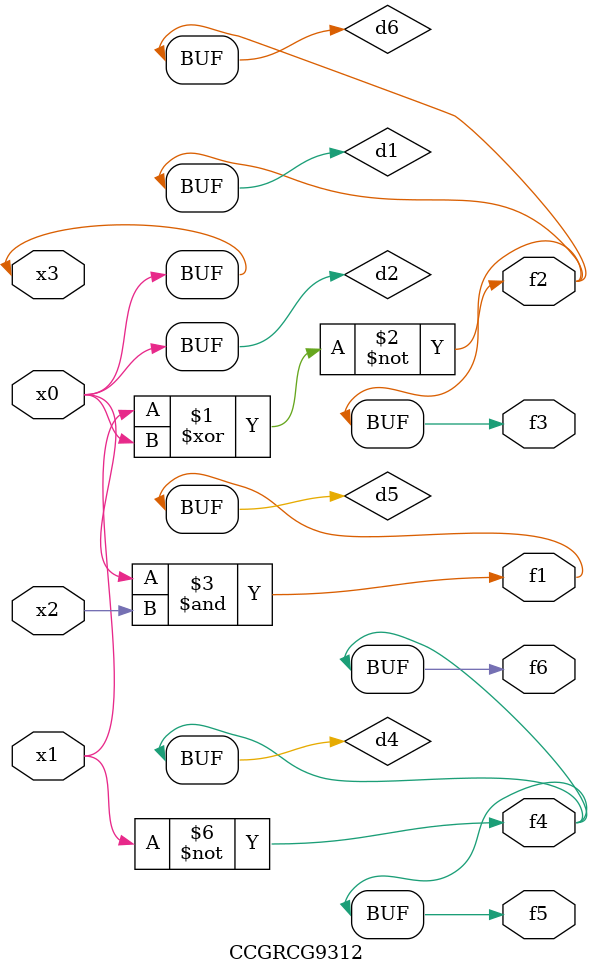
<source format=v>
module CCGRCG9312(
	input x0, x1, x2, x3,
	output f1, f2, f3, f4, f5, f6
);

	wire d1, d2, d3, d4, d5, d6;

	xnor (d1, x1, x3);
	buf (d2, x0, x3);
	nand (d3, x0, x2);
	not (d4, x1);
	nand (d5, d3);
	or (d6, d1);
	assign f1 = d5;
	assign f2 = d6;
	assign f3 = d6;
	assign f4 = d4;
	assign f5 = d4;
	assign f6 = d4;
endmodule

</source>
